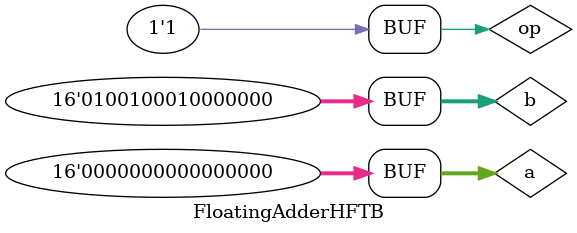
<source format=v>



`timescale 1ns / 1ps

module FloatingAdderHFTB();
	
	reg [15:0] a;
	reg [15:0] b;
	reg op;
	wire [15:0] res;

	FloatingAdderHF f(a,b,op,res);

	initial begin

		a <= 16'b0000000000000000;
		b <= 16'b0100100010000000;
		op <= 1;
	end	

	initial $monitor("a=%b\nb=%b\nexpdiff=%b,opeff%b,,shift=%b\naddA=%b,addB=%b\nsA=%b subA=%b,sB=%b subB=%b\nwsub=%b subnsh=%b  subshift=%b\nres=%b",a,b,f.expdiff,f.opeff,f.shift,f.mA,f.mB,f.sA,f.subA,f.sB,f.subB,f.wsub,f.msub,f.mSub,res);

	endmodule

</source>
